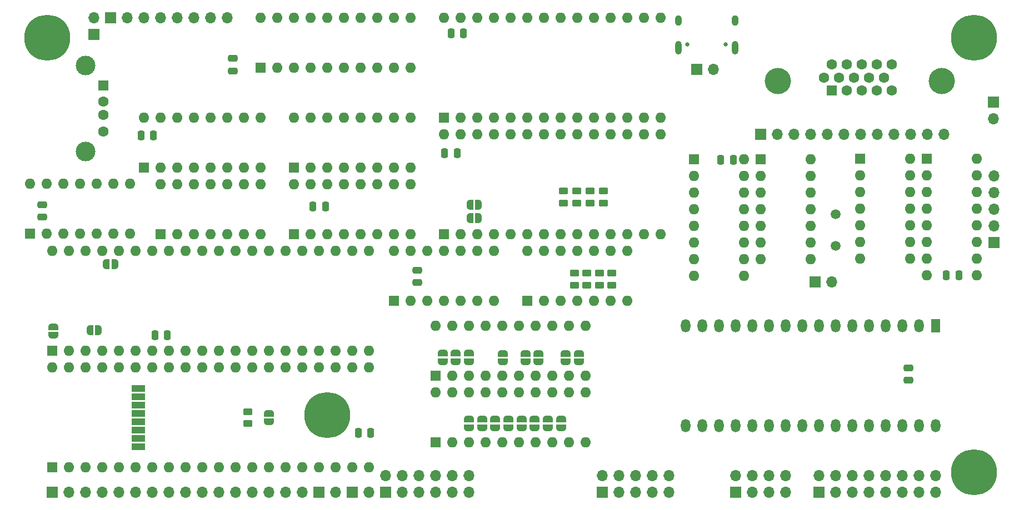
<source format=gbr>
%TF.GenerationSoftware,KiCad,Pcbnew,8.0.6*%
%TF.CreationDate,2025-06-27T07:10:50+02:00*%
%TF.ProjectId,6502,36353032-2e6b-4696-9361-645f70636258,1*%
%TF.SameCoordinates,Original*%
%TF.FileFunction,Soldermask,Bot*%
%TF.FilePolarity,Negative*%
%FSLAX46Y46*%
G04 Gerber Fmt 4.6, Leading zero omitted, Abs format (unit mm)*
G04 Created by KiCad (PCBNEW 8.0.6) date 2025-06-27 07:10:50*
%MOMM*%
%LPD*%
G01*
G04 APERTURE LIST*
G04 Aperture macros list*
%AMRoundRect*
0 Rectangle with rounded corners*
0 $1 Rounding radius*
0 $2 $3 $4 $5 $6 $7 $8 $9 X,Y pos of 4 corners*
0 Add a 4 corners polygon primitive as box body*
4,1,4,$2,$3,$4,$5,$6,$7,$8,$9,$2,$3,0*
0 Add four circle primitives for the rounded corners*
1,1,$1+$1,$2,$3*
1,1,$1+$1,$4,$5*
1,1,$1+$1,$6,$7*
1,1,$1+$1,$8,$9*
0 Add four rect primitives between the rounded corners*
20,1,$1+$1,$2,$3,$4,$5,0*
20,1,$1+$1,$4,$5,$6,$7,0*
20,1,$1+$1,$6,$7,$8,$9,0*
20,1,$1+$1,$8,$9,$2,$3,0*%
%AMFreePoly0*
4,1,19,0.500000,-0.750000,0.000000,-0.750000,0.000000,-0.744911,-0.071157,-0.744911,-0.207708,-0.704816,-0.327430,-0.627875,-0.420627,-0.520320,-0.479746,-0.390866,-0.500000,-0.250000,-0.500000,0.250000,-0.479746,0.390866,-0.420627,0.520320,-0.327430,0.627875,-0.207708,0.704816,-0.071157,0.744911,0.000000,0.744911,0.000000,0.750000,0.500000,0.750000,0.500000,-0.750000,0.500000,-0.750000,
$1*%
%AMFreePoly1*
4,1,19,0.000000,0.744911,0.071157,0.744911,0.207708,0.704816,0.327430,0.627875,0.420627,0.520320,0.479746,0.390866,0.500000,0.250000,0.500000,-0.250000,0.479746,-0.390866,0.420627,-0.520320,0.327430,-0.627875,0.207708,-0.704816,0.071157,-0.744911,0.000000,-0.744911,0.000000,-0.750000,-0.500000,-0.750000,-0.500000,0.750000,0.000000,0.750000,0.000000,0.744911,0.000000,0.744911,
$1*%
G04 Aperture macros list end*
%ADD10R,1.700000X1.700000*%
%ADD11O,1.700000X1.700000*%
%ADD12R,1.600000X1.600000*%
%ADD13O,1.600000X1.600000*%
%ADD14R,1.500000X1.600000*%
%ADD15C,1.600000*%
%ADD16C,3.000000*%
%ADD17R,1.440000X2.000000*%
%ADD18O,1.440000X2.000000*%
%ADD19C,1.500000*%
%ADD20C,0.650000*%
%ADD21O,1.000000X2.100000*%
%ADD22O,1.000000X1.600000*%
%ADD23C,4.000000*%
%ADD24C,7.000000*%
%ADD25RoundRect,0.250000X-0.450000X0.262500X-0.450000X-0.262500X0.450000X-0.262500X0.450000X0.262500X0*%
%ADD26FreePoly0,90.000000*%
%ADD27FreePoly1,90.000000*%
%ADD28RoundRect,0.250000X0.250000X0.475000X-0.250000X0.475000X-0.250000X-0.475000X0.250000X-0.475000X0*%
%ADD29RoundRect,0.250000X-0.475000X0.250000X-0.475000X-0.250000X0.475000X-0.250000X0.475000X0.250000X0*%
%ADD30FreePoly0,180.000000*%
%ADD31FreePoly1,180.000000*%
%ADD32RoundRect,0.250000X0.450000X-0.262500X0.450000X0.262500X-0.450000X0.262500X-0.450000X-0.262500X0*%
%ADD33RoundRect,0.250000X0.475000X-0.250000X0.475000X0.250000X-0.475000X0.250000X-0.475000X-0.250000X0*%
%ADD34RoundRect,0.250000X-0.250000X-0.475000X0.250000X-0.475000X0.250000X0.475000X-0.250000X0.475000X0*%
%ADD35R,2.000000X1.000000*%
%ADD36FreePoly0,270.000000*%
%ADD37FreePoly1,270.000000*%
%ADD38FreePoly0,0.000000*%
%ADD39FreePoly1,0.000000*%
G04 APERTURE END LIST*
D10*
%TO.C,J4*%
X123035923Y-129385923D03*
D11*
X125575923Y-129385923D03*
%TD*%
D10*
%TO.C,J5*%
X193515923Y-97254923D03*
D11*
X196055923Y-97254923D03*
%TD*%
D12*
%TO.C,U10*%
X135735923Y-121765923D03*
D13*
X138275923Y-121765923D03*
X140815923Y-121765923D03*
X143355923Y-121765923D03*
X145895923Y-121765923D03*
X148435923Y-121765923D03*
X150975923Y-121765923D03*
X153515923Y-121765923D03*
X156055923Y-121765923D03*
X158595923Y-121765923D03*
X158595923Y-114145923D03*
X156055923Y-114145923D03*
X153515923Y-114145923D03*
X150975923Y-114145923D03*
X148435923Y-114145923D03*
X145895923Y-114145923D03*
X143355923Y-114145923D03*
X140815923Y-114145923D03*
X138275923Y-114145923D03*
X135735923Y-114145923D03*
%TD*%
D12*
%TO.C,U11*%
X135735923Y-111595923D03*
D13*
X138275923Y-111595923D03*
X140815923Y-111595923D03*
X143355923Y-111595923D03*
X145895923Y-111595923D03*
X148435923Y-111595923D03*
X150975923Y-111595923D03*
X153515923Y-111595923D03*
X156055923Y-111595923D03*
X158595923Y-111595923D03*
X158595923Y-103975923D03*
X156055923Y-103975923D03*
X153515923Y-103975923D03*
X150975923Y-103975923D03*
X148435923Y-103975923D03*
X145895923Y-103975923D03*
X143355923Y-103975923D03*
X140815923Y-103975923D03*
X138275923Y-103975923D03*
X135735923Y-103975923D03*
%TD*%
D12*
%TO.C,U18*%
X137015923Y-72240923D03*
D13*
X139555923Y-72240923D03*
X142095923Y-72240923D03*
X144635923Y-72240923D03*
X147175923Y-72240923D03*
X149715923Y-72240923D03*
X152255923Y-72240923D03*
X154795923Y-72240923D03*
X157335923Y-72240923D03*
X159875923Y-72240923D03*
X162415923Y-72240923D03*
X164955923Y-72240923D03*
X167495923Y-72240923D03*
X170035923Y-72240923D03*
X170035923Y-57000923D03*
X167495923Y-57000923D03*
X164955923Y-57000923D03*
X162415923Y-57000923D03*
X159875923Y-57000923D03*
X157335923Y-57000923D03*
X154795923Y-57000923D03*
X152255923Y-57000923D03*
X149715923Y-57000923D03*
X147175923Y-57000923D03*
X144635923Y-57000923D03*
X142095923Y-57000923D03*
X139555923Y-57000923D03*
X137015923Y-57000923D03*
%TD*%
D12*
%TO.C,U3*%
X77315923Y-125575923D03*
D13*
X79855923Y-125575923D03*
X82395923Y-125575923D03*
X84935923Y-125575923D03*
X87475923Y-125575923D03*
X90015923Y-125575923D03*
X92555923Y-125575923D03*
X95095923Y-125575923D03*
X97635923Y-125575923D03*
X100175923Y-125575923D03*
X102715923Y-125575923D03*
X105255923Y-125575923D03*
X107795923Y-125575923D03*
X110335923Y-125575923D03*
X112875923Y-125575923D03*
X115415923Y-125575923D03*
X117955923Y-125575923D03*
X120495923Y-125575923D03*
X123035923Y-125575923D03*
X125575923Y-125575923D03*
X125575923Y-110335923D03*
X123035923Y-110335923D03*
X120495923Y-110335923D03*
X117955923Y-110335923D03*
X115415923Y-110335923D03*
X112875923Y-110335923D03*
X110335923Y-110335923D03*
X107795923Y-110335923D03*
X105255923Y-110335923D03*
X102715923Y-110335923D03*
X100175923Y-110335923D03*
X97635923Y-110335923D03*
X95095923Y-110335923D03*
X92555923Y-110335923D03*
X90015923Y-110335923D03*
X87475923Y-110335923D03*
X84935923Y-110335923D03*
X82395923Y-110335923D03*
X79855923Y-110335923D03*
X77315923Y-110335923D03*
%TD*%
D10*
%TO.C,J3*%
X117955923Y-129385923D03*
D11*
X120495923Y-129385923D03*
%TD*%
D12*
%TO.C,U2*%
X77315923Y-107795923D03*
D13*
X79855923Y-107795923D03*
X82395923Y-107795923D03*
X84935923Y-107795923D03*
X87475923Y-107795923D03*
X90015923Y-107795923D03*
X92555923Y-107795923D03*
X95095923Y-107795923D03*
X97635923Y-107795923D03*
X100175923Y-107795923D03*
X102715923Y-107795923D03*
X105255923Y-107795923D03*
X107795923Y-107795923D03*
X110335923Y-107795923D03*
X112875923Y-107795923D03*
X115415923Y-107795923D03*
X117955923Y-107795923D03*
X120495923Y-107795923D03*
X123035923Y-107795923D03*
X125575923Y-107795923D03*
X125575923Y-92555923D03*
X123035923Y-92555923D03*
X120495923Y-92555923D03*
X117955923Y-92555923D03*
X115415923Y-92555923D03*
X112875923Y-92555923D03*
X110335923Y-92555923D03*
X107795923Y-92555923D03*
X105255923Y-92555923D03*
X102715923Y-92555923D03*
X100175923Y-92555923D03*
X97635923Y-92555923D03*
X95095923Y-92555923D03*
X92555923Y-92555923D03*
X90015923Y-92555923D03*
X87475923Y-92555923D03*
X84935923Y-92555923D03*
X82395923Y-92555923D03*
X79855923Y-92555923D03*
X77315923Y-92555923D03*
%TD*%
D12*
%TO.C,U16*%
X137015923Y-90020923D03*
D13*
X139555923Y-90020923D03*
X142095923Y-90020923D03*
X144635923Y-90020923D03*
X147175923Y-90020923D03*
X149715923Y-90020923D03*
X152255923Y-90020923D03*
X154795923Y-90020923D03*
X157335923Y-90020923D03*
X159875923Y-90020923D03*
X162415923Y-90020923D03*
X164955923Y-90020923D03*
X167495923Y-90020923D03*
X170035923Y-90020923D03*
X170035923Y-74780923D03*
X167495923Y-74780923D03*
X164955923Y-74780923D03*
X162415923Y-74780923D03*
X159875923Y-74780923D03*
X157335923Y-74780923D03*
X154795923Y-74780923D03*
X152255923Y-74780923D03*
X149715923Y-74780923D03*
X147175923Y-74780923D03*
X144635923Y-74780923D03*
X142095923Y-74780923D03*
X139555923Y-74780923D03*
X137015923Y-74780923D03*
%TD*%
D12*
%TO.C,U4*%
X109065923Y-64615923D03*
D13*
X111605923Y-64615923D03*
X114145923Y-64615923D03*
X116685923Y-64615923D03*
X119225923Y-64615923D03*
X121765923Y-64615923D03*
X124305923Y-64615923D03*
X126845923Y-64615923D03*
X129385923Y-64615923D03*
X131925923Y-64615923D03*
X131925923Y-56995923D03*
X129385923Y-56995923D03*
X126845923Y-56995923D03*
X124305923Y-56995923D03*
X121765923Y-56995923D03*
X119225923Y-56995923D03*
X116685923Y-56995923D03*
X114145923Y-56995923D03*
X111605923Y-56995923D03*
X109065923Y-56995923D03*
%TD*%
D10*
%TO.C,J2*%
X77315923Y-129385923D03*
D11*
X79855923Y-129385923D03*
X82395923Y-129385923D03*
X84935923Y-129385923D03*
X87475923Y-129385923D03*
X90015923Y-129385923D03*
X92555923Y-129385923D03*
X95095923Y-129385923D03*
X97635923Y-129385923D03*
X100175923Y-129385923D03*
X102715923Y-129385923D03*
X105255923Y-129385923D03*
X107795923Y-129385923D03*
X110335923Y-129385923D03*
X112875923Y-129385923D03*
X115415923Y-129385923D03*
%TD*%
D10*
%TO.C,J14*%
X128115923Y-129385923D03*
D11*
X128115923Y-126845923D03*
X130655923Y-129385923D03*
X130655923Y-126845923D03*
X133195923Y-129385923D03*
X133195923Y-126845923D03*
X135735923Y-129385923D03*
X135735923Y-126845923D03*
X138275923Y-129385923D03*
X138275923Y-126845923D03*
X140815923Y-129385923D03*
X140815923Y-126845923D03*
%TD*%
D14*
%TO.C,J17*%
X85090000Y-67310000D03*
D15*
X85090000Y-69810000D03*
X85090000Y-71810000D03*
X85090000Y-74310000D03*
D16*
X82380000Y-64240000D03*
X82380000Y-77380000D03*
%TD*%
D17*
%TO.C,U5*%
X211935923Y-103985923D03*
D18*
X209395923Y-103985923D03*
X206855923Y-103985923D03*
X204315923Y-103985923D03*
X201775923Y-103985923D03*
X199235923Y-103985923D03*
X196695923Y-103985923D03*
X194155923Y-103985923D03*
X191615923Y-103985923D03*
X189075923Y-103985923D03*
X186535923Y-103985923D03*
X183995923Y-103985923D03*
X181455923Y-103985923D03*
X178915923Y-103985923D03*
X176375923Y-103985923D03*
X173835923Y-103985923D03*
X173835923Y-119225923D03*
X176375923Y-119225923D03*
X178915923Y-119225923D03*
X181455923Y-119225923D03*
X183995923Y-119225923D03*
X186535923Y-119225923D03*
X189075923Y-119225923D03*
X191615923Y-119225923D03*
X194155923Y-119225923D03*
X196695923Y-119225923D03*
X199235923Y-119225923D03*
X201775923Y-119225923D03*
X204315923Y-119225923D03*
X206855923Y-119225923D03*
X209395923Y-119225923D03*
X211935923Y-119225923D03*
%TD*%
D12*
%TO.C,U8*%
X149700923Y-100165923D03*
D13*
X152240923Y-100165923D03*
X154780923Y-100165923D03*
X157320923Y-100165923D03*
X159860923Y-100165923D03*
X162400923Y-100165923D03*
X164940923Y-100165923D03*
X164940923Y-92545923D03*
X162400923Y-92545923D03*
X159860923Y-92545923D03*
X157320923Y-92545923D03*
X154780923Y-92545923D03*
X152240923Y-92545923D03*
X149700923Y-92545923D03*
%TD*%
D12*
%TO.C,U1*%
X93820923Y-90005923D03*
D13*
X96360923Y-90005923D03*
X98900923Y-90005923D03*
X101440923Y-90005923D03*
X103980923Y-90005923D03*
X106520923Y-90005923D03*
X109060923Y-90005923D03*
X109060923Y-82385923D03*
X106520923Y-82385923D03*
X103980923Y-82385923D03*
X101440923Y-82385923D03*
X98900923Y-82385923D03*
X96360923Y-82385923D03*
X93820923Y-82385923D03*
%TD*%
D12*
%TO.C,U6*%
X114160923Y-79845923D03*
D13*
X116700923Y-79845923D03*
X119240923Y-79845923D03*
X121780923Y-79845923D03*
X124320923Y-79845923D03*
X126860923Y-79845923D03*
X129400923Y-79845923D03*
X131940923Y-79845923D03*
X131940923Y-72225923D03*
X129400923Y-72225923D03*
X126860923Y-72225923D03*
X124320923Y-72225923D03*
X121780923Y-72225923D03*
X119240923Y-72225923D03*
X116700923Y-72225923D03*
X114160923Y-72225923D03*
%TD*%
D12*
%TO.C,U7*%
X114160923Y-90005923D03*
D13*
X116700923Y-90005923D03*
X119240923Y-90005923D03*
X121780923Y-90005923D03*
X124320923Y-90005923D03*
X126860923Y-90005923D03*
X129400923Y-90005923D03*
X131940923Y-90005923D03*
X131940923Y-82385923D03*
X129400923Y-82385923D03*
X126860923Y-82385923D03*
X124320923Y-82385923D03*
X121780923Y-82385923D03*
X119240923Y-82385923D03*
X116700923Y-82385923D03*
X114160923Y-82385923D03*
%TD*%
D10*
%TO.C,J12*%
X86205923Y-56995923D03*
D11*
X88745923Y-56995923D03*
X91285923Y-56995923D03*
X93825923Y-56995923D03*
X96365923Y-56995923D03*
X98905923Y-56995923D03*
X101445923Y-56995923D03*
X103985923Y-56995923D03*
%TD*%
D12*
%TO.C,U19*%
X210566000Y-78486000D03*
D13*
X210566000Y-81026000D03*
X210566000Y-83566000D03*
X210566000Y-86106000D03*
X210566000Y-88646000D03*
X210566000Y-91186000D03*
X210566000Y-93726000D03*
X210566000Y-96266000D03*
X218186000Y-96266000D03*
X218186000Y-93726000D03*
X218186000Y-91186000D03*
X218186000Y-88646000D03*
X218186000Y-86106000D03*
X218186000Y-83566000D03*
X218186000Y-81026000D03*
X218186000Y-78486000D03*
%TD*%
D10*
%TO.C,J11*%
X220825923Y-91285923D03*
D11*
X220825923Y-88745923D03*
X220825923Y-86205923D03*
X220825923Y-83665923D03*
X220825923Y-81125923D03*
%TD*%
D12*
%TO.C,U17*%
X129380923Y-100165923D03*
D13*
X131920923Y-100165923D03*
X134460923Y-100165923D03*
X137000923Y-100165923D03*
X139540923Y-100165923D03*
X142080923Y-100165923D03*
X144620923Y-100165923D03*
X144620923Y-92545923D03*
X142080923Y-92545923D03*
X139540923Y-92545923D03*
X137000923Y-92545923D03*
X134460923Y-92545923D03*
X131920923Y-92545923D03*
X129380923Y-92545923D03*
%TD*%
D12*
%TO.C,U14*%
X185275923Y-78580923D03*
D13*
X185275923Y-81120923D03*
X185275923Y-83660923D03*
X185275923Y-86200923D03*
X185275923Y-88740923D03*
X185275923Y-91280923D03*
X185275923Y-93820923D03*
X192895923Y-93820923D03*
X192895923Y-91280923D03*
X192895923Y-88740923D03*
X192895923Y-86200923D03*
X192895923Y-83660923D03*
X192895923Y-81120923D03*
X192895923Y-78580923D03*
%TD*%
D19*
%TO.C,Y1*%
X196700000Y-86950000D03*
X196700000Y-91830000D03*
%TD*%
D12*
%TO.C,U20*%
X175115923Y-78600923D03*
D13*
X175115923Y-81140923D03*
X175115923Y-83680923D03*
X175115923Y-86220923D03*
X175115923Y-88760923D03*
X175115923Y-91300923D03*
X175115923Y-93840923D03*
X175115923Y-96380923D03*
X182735923Y-96380923D03*
X182735923Y-93840923D03*
X182735923Y-91300923D03*
X182735923Y-88760923D03*
X182735923Y-86220923D03*
X182735923Y-83680923D03*
X182735923Y-81140923D03*
X182735923Y-78600923D03*
%TD*%
D20*
%TO.C,J9*%
X179890000Y-61065000D03*
X174110000Y-61065000D03*
D21*
X181320000Y-61565000D03*
D22*
X181320000Y-57385000D03*
D21*
X172680000Y-61565000D03*
D22*
X172680000Y-57385000D03*
%TD*%
D10*
%TO.C,J7*%
X185265923Y-74775923D03*
D11*
X187805923Y-74775923D03*
X190345923Y-74775923D03*
X192885923Y-74775923D03*
X195425923Y-74775923D03*
X197965923Y-74775923D03*
X200505923Y-74775923D03*
X203045923Y-74775923D03*
X205585923Y-74775923D03*
X208125923Y-74775923D03*
X210665923Y-74775923D03*
X213205923Y-74775923D03*
%TD*%
D12*
%TO.C,U12*%
X91300923Y-79845923D03*
D13*
X93840923Y-79845923D03*
X96380923Y-79845923D03*
X98920923Y-79845923D03*
X101460923Y-79845923D03*
X104000923Y-79845923D03*
X106540923Y-79845923D03*
X109080923Y-79845923D03*
X109080923Y-72225923D03*
X106540923Y-72225923D03*
X104000923Y-72225923D03*
X101460923Y-72225923D03*
X98920923Y-72225923D03*
X96380923Y-72225923D03*
X93840923Y-72225923D03*
X91300923Y-72225923D03*
%TD*%
D10*
%TO.C,J10*%
X175500000Y-64900000D03*
D11*
X178040000Y-64900000D03*
%TD*%
D23*
%TO.C,J6*%
X212870200Y-66661131D03*
X187870200Y-66661131D03*
D12*
X196055200Y-68081131D03*
D15*
X198345200Y-68081131D03*
X200635200Y-68081131D03*
X202925200Y-68081131D03*
X205215200Y-68081131D03*
X194910200Y-66101131D03*
X197200200Y-66101131D03*
X199490200Y-66101131D03*
X201780200Y-66101131D03*
X204070200Y-66101131D03*
X196055200Y-64121131D03*
X198345200Y-64121131D03*
X200635200Y-64121131D03*
X202925200Y-64121131D03*
X205215200Y-64121131D03*
%TD*%
D10*
%TO.C,J15*%
X181465923Y-129385923D03*
D11*
X181465923Y-126845923D03*
X184005923Y-129385923D03*
X184005923Y-126845923D03*
X186545923Y-129385923D03*
X186545923Y-126845923D03*
X189085923Y-129385923D03*
X189085923Y-126845923D03*
%TD*%
D10*
%TO.C,J16*%
X194155923Y-129385923D03*
D11*
X194155923Y-126845923D03*
X196695923Y-129385923D03*
X196695923Y-126845923D03*
X199235923Y-129385923D03*
X199235923Y-126845923D03*
X201775923Y-129385923D03*
X201775923Y-126845923D03*
X204315923Y-129385923D03*
X204315923Y-126845923D03*
X206855923Y-129385923D03*
X206855923Y-126845923D03*
X209395923Y-129385923D03*
X209395923Y-126845923D03*
X211935923Y-129385923D03*
X211935923Y-126845923D03*
%TD*%
D10*
%TO.C,J20*%
X161140923Y-129390923D03*
D11*
X161140923Y-126850923D03*
X163680923Y-129390923D03*
X163680923Y-126850923D03*
X166220923Y-129390923D03*
X166220923Y-126850923D03*
X168760923Y-129390923D03*
X168760923Y-126850923D03*
X171300923Y-129390923D03*
X171300923Y-126850923D03*
%TD*%
D10*
%TO.C,J1*%
X83616800Y-59542600D03*
D11*
X83616800Y-57002600D03*
%TD*%
D24*
%TO.C,H2*%
X217777923Y-60043923D03*
%TD*%
D12*
%TO.C,U21*%
X73909000Y-89906000D03*
D13*
X76449000Y-89906000D03*
X78989000Y-89906000D03*
X81529000Y-89906000D03*
X84069000Y-89906000D03*
X86609000Y-89906000D03*
X89149000Y-89906000D03*
X89149000Y-82286000D03*
X86609000Y-82286000D03*
X84069000Y-82286000D03*
X81529000Y-82286000D03*
X78989000Y-82286000D03*
X76449000Y-82286000D03*
X73909000Y-82286000D03*
%TD*%
D24*
%TO.C,H3*%
X119225923Y-117574923D03*
%TD*%
%TO.C,H1*%
X76553923Y-60043923D03*
%TD*%
D12*
%TO.C,U13*%
X200416000Y-78481000D03*
D13*
X200416000Y-81021000D03*
X200416000Y-83561000D03*
X200416000Y-86101000D03*
X200416000Y-88641000D03*
X200416000Y-91181000D03*
X200416000Y-93721000D03*
X208036000Y-93721000D03*
X208036000Y-91181000D03*
X208036000Y-88641000D03*
X208036000Y-86101000D03*
X208036000Y-83561000D03*
X208036000Y-81021000D03*
X208036000Y-78481000D03*
%TD*%
D10*
%TO.C,J8*%
X220726000Y-69850000D03*
D11*
X220726000Y-72390000D03*
%TD*%
D24*
%TO.C,H4*%
X217777923Y-126337923D03*
%TD*%
D25*
%TO.C,R13*%
X162560000Y-95937700D03*
X162560000Y-97762700D03*
%TD*%
%TO.C,R14*%
X160655000Y-95939600D03*
X160655000Y-97764600D03*
%TD*%
%TO.C,R15*%
X158775400Y-95937700D03*
X158775400Y-97762700D03*
%TD*%
%TO.C,R16*%
X156895800Y-95939600D03*
X156895800Y-97764600D03*
%TD*%
D26*
%TO.C,R36*%
X150825200Y-119522000D03*
D27*
X150825200Y-118222000D03*
%TD*%
D28*
%TO.C,C34*%
X94818200Y-105410000D03*
X92918200Y-105410000D03*
%TD*%
D26*
%TO.C,R32*%
X142798800Y-119547400D03*
D27*
X142798800Y-118247400D03*
%TD*%
D25*
%TO.C,R20*%
X159258000Y-83415500D03*
X159258000Y-85240500D03*
%TD*%
D29*
%TO.C,C32*%
X104825800Y-63210400D03*
X104825800Y-65110400D03*
%TD*%
D26*
%TO.C,R31*%
X140792200Y-119547400D03*
D27*
X140792200Y-118247400D03*
%TD*%
D26*
%TO.C,R39*%
X136804400Y-109463600D03*
D27*
X136804400Y-108163600D03*
%TD*%
D28*
%TO.C,C29*%
X215442800Y-96316800D03*
X213542800Y-96316800D03*
%TD*%
D30*
%TO.C,R26*%
X142250000Y-85550000D03*
D31*
X140950000Y-85550000D03*
%TD*%
D32*
%TO.C,R49*%
X107137200Y-118924700D03*
X107137200Y-117099700D03*
%TD*%
D33*
%TO.C,C30*%
X207746600Y-112293400D03*
X207746600Y-110393400D03*
%TD*%
D26*
%TO.C,R44*%
X151409400Y-109524800D03*
D27*
X151409400Y-108224800D03*
%TD*%
D34*
%TO.C,C27*%
X117033000Y-85801200D03*
X118933000Y-85801200D03*
%TD*%
D35*
%TO.C,U9*%
X90460923Y-114825923D03*
X90460923Y-113555923D03*
X90460923Y-116095923D03*
X90460923Y-117365923D03*
X90460923Y-118635923D03*
X90460923Y-119905923D03*
X90460923Y-121175923D03*
X90460923Y-122445923D03*
%TD*%
D29*
%TO.C,C33*%
X75768200Y-85486200D03*
X75768200Y-87386200D03*
%TD*%
D30*
%TO.C,R27*%
X142239600Y-87556600D03*
D31*
X140939600Y-87556600D03*
%TD*%
D25*
%TO.C,R21*%
X161290000Y-83415500D03*
X161290000Y-85240500D03*
%TD*%
D28*
%TO.C,C28*%
X92710000Y-74904600D03*
X90810000Y-74904600D03*
%TD*%
D26*
%TO.C,R34*%
X146812000Y-119522000D03*
D27*
X146812000Y-118222000D03*
%TD*%
D36*
%TO.C,R28*%
X77500000Y-104150000D03*
D37*
X77500000Y-105450000D03*
%TD*%
D38*
%TO.C,R29*%
X83028000Y-104673400D03*
D39*
X84328000Y-104673400D03*
%TD*%
D38*
%TO.C,R47*%
X85532200Y-94589600D03*
D39*
X86832200Y-94589600D03*
%TD*%
D26*
%TO.C,R33*%
X144805400Y-119522000D03*
D27*
X144805400Y-118222000D03*
%TD*%
D26*
%TO.C,R37*%
X152831800Y-119532400D03*
D27*
X152831800Y-118232400D03*
%TD*%
D25*
%TO.C,R18*%
X155194000Y-83415500D03*
X155194000Y-85240500D03*
%TD*%
D26*
%TO.C,R43*%
X149402800Y-109524800D03*
D27*
X149402800Y-108224800D03*
%TD*%
D25*
%TO.C,R19*%
X157226000Y-83417400D03*
X157226000Y-85242400D03*
%TD*%
D26*
%TO.C,R35*%
X148818600Y-119522000D03*
D27*
X148818600Y-118222000D03*
%TD*%
D29*
%TO.C,C35*%
X132943600Y-95519200D03*
X132943600Y-97419200D03*
%TD*%
D26*
%TO.C,R45*%
X155524200Y-109524800D03*
D27*
X155524200Y-108224800D03*
%TD*%
D34*
%TO.C,C31*%
X138064200Y-59385200D03*
X139964200Y-59385200D03*
%TD*%
D26*
%TO.C,R42*%
X145923000Y-109524800D03*
D27*
X145923000Y-108224800D03*
%TD*%
D26*
%TO.C,R46*%
X157530800Y-109524800D03*
D27*
X157530800Y-108224800D03*
%TD*%
D28*
%TO.C,C36*%
X138988800Y-77673200D03*
X137088800Y-77673200D03*
%TD*%
D36*
%TO.C,R48*%
X110337600Y-117334901D03*
D37*
X110337600Y-118634899D03*
%TD*%
D26*
%TO.C,R38*%
X154838400Y-119522000D03*
D27*
X154838400Y-118222000D03*
%TD*%
D28*
%TO.C,C37*%
X181061400Y-78663800D03*
X179161400Y-78663800D03*
%TD*%
D26*
%TO.C,R41*%
X140792200Y-109474000D03*
D27*
X140792200Y-108174000D03*
%TD*%
D28*
%TO.C,C26*%
X125806200Y-120319800D03*
X123906200Y-120319800D03*
%TD*%
D26*
%TO.C,R40*%
X138785600Y-109463600D03*
D27*
X138785600Y-108163600D03*
%TD*%
M02*

</source>
